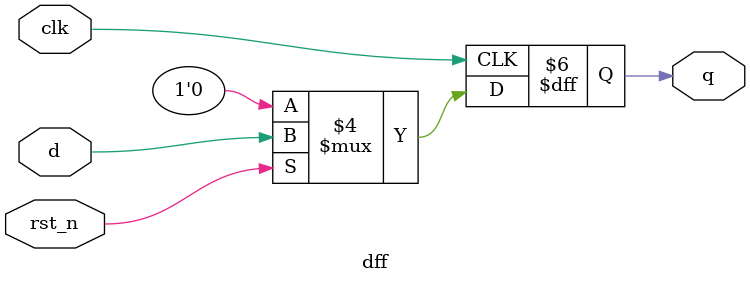
<source format=sv>
`timescale 1ns/1ps
module dff (
	    input logic		     clk,
	    input logic		     rst_n,
	    input logic d,
	    output logic q
    );

   always_ff @(posedge clk) begin
      if (!rst_n)
	q <= 1'b0;
      else
	q <= d;
   end
endmodule //dff

</source>
